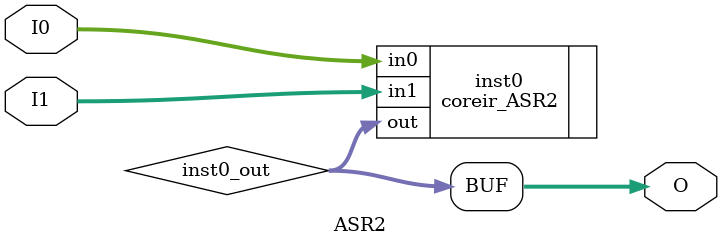
<source format=v>
module ASR2 (input [1:0] I0, input [1:0] I1, output [1:0] O);
wire [1:0] inst0_out;
coreir_ASR2 inst0 (.in0(I0), .in1(I1), .out(inst0_out));
assign O = inst0_out;
endmodule


</source>
